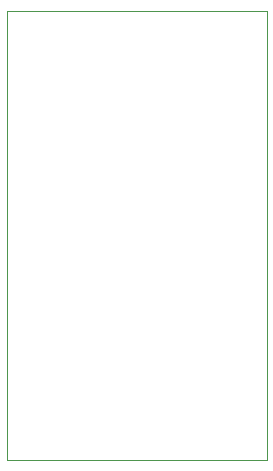
<source format=gbr>
%TF.GenerationSoftware,Altium Limited,Altium Designer,20.2.6 (244)*%
G04 Layer_Color=0*
%FSLAX26Y26*%
%MOIN*%
%TF.SameCoordinates,2EAD6035-BE33-4F7B-B0E7-EE8266E33042*%
%TF.FilePolarity,Positive*%
%TF.FileFunction,Profile,NP*%
%TF.Part,Single*%
G01*
G75*
%TA.AperFunction,Profile*%
%ADD54C,0.001000*%
D54*
X0Y0D02*
Y1495000D01*
X1063Y1496063D01*
X866142D01*
Y0D01*
X0D01*
%TF.MD5,f5836e6ed02970ecd38293c3033ea318*%
M02*

</source>
